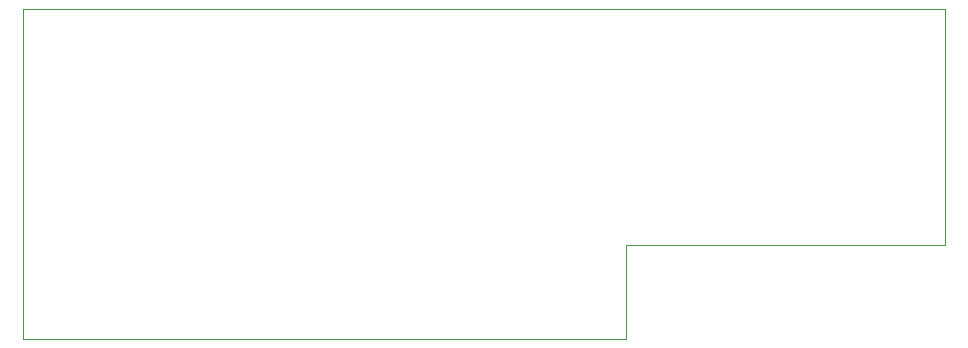
<source format=gm1>
G04 #@! TF.GenerationSoftware,KiCad,Pcbnew,(5.1.5)-3*
G04 #@! TF.CreationDate,2021-11-01T10:18:25+01:00*
G04 #@! TF.ProjectId,rp4b-power-adapter,72703462-2d70-46f7-9765-722d61646170,rev?*
G04 #@! TF.SameCoordinates,PX5f5e100PY6052340*
G04 #@! TF.FileFunction,Profile,NP*
%FSLAX46Y46*%
G04 Gerber Fmt 4.6, Leading zero omitted, Abs format (unit mm)*
G04 Created by KiCad (PCBNEW (5.1.5)-3) date 2021-11-01 10:18:25*
%MOMM*%
%LPD*%
G04 APERTURE LIST*
%ADD10C,0.050000*%
G04 APERTURE END LIST*
D10*
X51000000Y0D02*
X51000000Y1000000D01*
X0Y0D02*
X51000000Y0D01*
X0Y1000000D02*
X0Y0D01*
X0Y28000000D02*
X0Y1000000D01*
X78000000Y28000000D02*
X0Y28000000D01*
X78000000Y8000000D02*
X78000000Y28000000D01*
X51000000Y8000000D02*
X78000000Y8000000D01*
X51000000Y1000000D02*
X51000000Y8000000D01*
M02*

</source>
